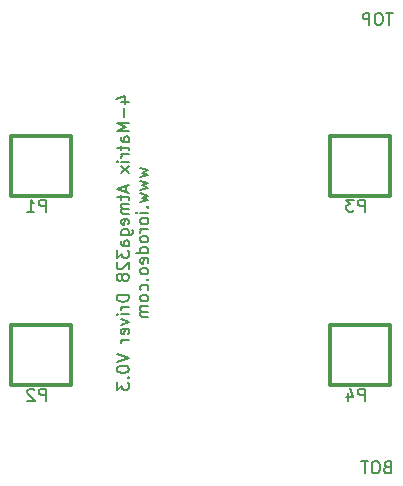
<source format=gbo>
G04 (created by PCBNEW (2013-jul-07)-stable) date Tue 07 Apr 2015 07:11:59 PM PDT*
%MOIN*%
G04 Gerber Fmt 3.4, Leading zero omitted, Abs format*
%FSLAX34Y34*%
G01*
G70*
G90*
G04 APERTURE LIST*
%ADD10C,0.00590551*%
%ADD11C,0.008*%
%ADD12C,0.012*%
G04 APERTURE END LIST*
G54D10*
G54D11*
X33763Y-35022D02*
X33706Y-35041D01*
X33687Y-35060D01*
X33668Y-35098D01*
X33668Y-35155D01*
X33687Y-35193D01*
X33706Y-35212D01*
X33744Y-35231D01*
X33896Y-35231D01*
X33896Y-34831D01*
X33763Y-34831D01*
X33725Y-34850D01*
X33706Y-34870D01*
X33687Y-34908D01*
X33687Y-34946D01*
X33706Y-34984D01*
X33725Y-35003D01*
X33763Y-35022D01*
X33896Y-35022D01*
X33420Y-34831D02*
X33344Y-34831D01*
X33306Y-34850D01*
X33268Y-34889D01*
X33249Y-34965D01*
X33249Y-35098D01*
X33268Y-35174D01*
X33306Y-35212D01*
X33344Y-35231D01*
X33420Y-35231D01*
X33458Y-35212D01*
X33496Y-35174D01*
X33515Y-35098D01*
X33515Y-34965D01*
X33496Y-34889D01*
X33458Y-34850D01*
X33420Y-34831D01*
X33134Y-34831D02*
X32906Y-34831D01*
X33020Y-35231D02*
X33020Y-34831D01*
X33958Y-19891D02*
X33730Y-19891D01*
X33844Y-20291D02*
X33844Y-19891D01*
X33520Y-19891D02*
X33444Y-19891D01*
X33406Y-19910D01*
X33368Y-19949D01*
X33349Y-20025D01*
X33349Y-20158D01*
X33368Y-20234D01*
X33406Y-20272D01*
X33444Y-20291D01*
X33520Y-20291D01*
X33558Y-20272D01*
X33596Y-20234D01*
X33615Y-20158D01*
X33615Y-20025D01*
X33596Y-19949D01*
X33558Y-19910D01*
X33520Y-19891D01*
X33177Y-20291D02*
X33177Y-19891D01*
X33025Y-19891D01*
X32987Y-19910D01*
X32968Y-19930D01*
X32949Y-19968D01*
X32949Y-20025D01*
X32968Y-20063D01*
X32987Y-20082D01*
X33025Y-20101D01*
X33177Y-20101D01*
X24895Y-22854D02*
X25161Y-22854D01*
X24742Y-22759D02*
X25028Y-22663D01*
X25028Y-22911D01*
X25009Y-23063D02*
X25009Y-23368D01*
X25161Y-23559D02*
X24761Y-23559D01*
X25047Y-23692D01*
X24761Y-23825D01*
X25161Y-23825D01*
X25161Y-24187D02*
X24952Y-24187D01*
X24914Y-24168D01*
X24895Y-24130D01*
X24895Y-24054D01*
X24914Y-24016D01*
X25142Y-24187D02*
X25161Y-24149D01*
X25161Y-24054D01*
X25142Y-24016D01*
X25104Y-23997D01*
X25066Y-23997D01*
X25028Y-24016D01*
X25009Y-24054D01*
X25009Y-24149D01*
X24990Y-24187D01*
X24895Y-24320D02*
X24895Y-24473D01*
X24761Y-24378D02*
X25104Y-24378D01*
X25142Y-24397D01*
X25161Y-24435D01*
X25161Y-24473D01*
X25161Y-24606D02*
X24895Y-24606D01*
X24971Y-24606D02*
X24933Y-24625D01*
X24914Y-24644D01*
X24895Y-24682D01*
X24895Y-24720D01*
X25161Y-24854D02*
X24895Y-24854D01*
X24761Y-24854D02*
X24780Y-24835D01*
X24800Y-24854D01*
X24780Y-24873D01*
X24761Y-24854D01*
X24800Y-24854D01*
X25161Y-25006D02*
X24895Y-25216D01*
X24895Y-25006D02*
X25161Y-25216D01*
X25047Y-25654D02*
X25047Y-25844D01*
X25161Y-25616D02*
X24761Y-25749D01*
X25161Y-25882D01*
X24895Y-25959D02*
X24895Y-26111D01*
X24761Y-26016D02*
X25104Y-26016D01*
X25142Y-26035D01*
X25161Y-26073D01*
X25161Y-26111D01*
X25161Y-26244D02*
X24895Y-26244D01*
X24933Y-26244D02*
X24914Y-26263D01*
X24895Y-26301D01*
X24895Y-26359D01*
X24914Y-26397D01*
X24952Y-26416D01*
X25161Y-26416D01*
X24952Y-26416D02*
X24914Y-26435D01*
X24895Y-26473D01*
X24895Y-26530D01*
X24914Y-26568D01*
X24952Y-26587D01*
X25161Y-26587D01*
X25142Y-26930D02*
X25161Y-26892D01*
X25161Y-26816D01*
X25142Y-26778D01*
X25104Y-26759D01*
X24952Y-26759D01*
X24914Y-26778D01*
X24895Y-26816D01*
X24895Y-26892D01*
X24914Y-26930D01*
X24952Y-26949D01*
X24990Y-26949D01*
X25028Y-26759D01*
X24895Y-27292D02*
X25219Y-27292D01*
X25257Y-27273D01*
X25276Y-27254D01*
X25295Y-27216D01*
X25295Y-27159D01*
X25276Y-27120D01*
X25142Y-27292D02*
X25161Y-27254D01*
X25161Y-27178D01*
X25142Y-27140D01*
X25123Y-27120D01*
X25085Y-27101D01*
X24971Y-27101D01*
X24933Y-27120D01*
X24914Y-27140D01*
X24895Y-27178D01*
X24895Y-27254D01*
X24914Y-27292D01*
X25161Y-27654D02*
X24952Y-27654D01*
X24914Y-27635D01*
X24895Y-27597D01*
X24895Y-27520D01*
X24914Y-27482D01*
X25142Y-27654D02*
X25161Y-27616D01*
X25161Y-27520D01*
X25142Y-27482D01*
X25104Y-27463D01*
X25066Y-27463D01*
X25028Y-27482D01*
X25009Y-27520D01*
X25009Y-27616D01*
X24990Y-27654D01*
X24761Y-27806D02*
X24761Y-28054D01*
X24914Y-27920D01*
X24914Y-27978D01*
X24933Y-28016D01*
X24952Y-28035D01*
X24990Y-28054D01*
X25085Y-28054D01*
X25123Y-28035D01*
X25142Y-28016D01*
X25161Y-27978D01*
X25161Y-27863D01*
X25142Y-27825D01*
X25123Y-27806D01*
X24800Y-28206D02*
X24780Y-28225D01*
X24761Y-28263D01*
X24761Y-28359D01*
X24780Y-28397D01*
X24800Y-28416D01*
X24838Y-28435D01*
X24876Y-28435D01*
X24933Y-28416D01*
X25161Y-28187D01*
X25161Y-28435D01*
X24933Y-28663D02*
X24914Y-28625D01*
X24895Y-28606D01*
X24857Y-28587D01*
X24838Y-28587D01*
X24800Y-28606D01*
X24780Y-28625D01*
X24761Y-28663D01*
X24761Y-28740D01*
X24780Y-28778D01*
X24800Y-28797D01*
X24838Y-28816D01*
X24857Y-28816D01*
X24895Y-28797D01*
X24914Y-28778D01*
X24933Y-28740D01*
X24933Y-28663D01*
X24952Y-28625D01*
X24971Y-28606D01*
X25009Y-28587D01*
X25085Y-28587D01*
X25123Y-28606D01*
X25142Y-28625D01*
X25161Y-28663D01*
X25161Y-28740D01*
X25142Y-28778D01*
X25123Y-28797D01*
X25085Y-28816D01*
X25009Y-28816D01*
X24971Y-28797D01*
X24952Y-28778D01*
X24933Y-28740D01*
X25161Y-29292D02*
X24761Y-29292D01*
X24761Y-29387D01*
X24780Y-29444D01*
X24819Y-29482D01*
X24857Y-29501D01*
X24933Y-29520D01*
X24990Y-29520D01*
X25066Y-29501D01*
X25104Y-29482D01*
X25142Y-29444D01*
X25161Y-29387D01*
X25161Y-29292D01*
X25161Y-29692D02*
X24895Y-29692D01*
X24971Y-29692D02*
X24933Y-29711D01*
X24914Y-29730D01*
X24895Y-29768D01*
X24895Y-29806D01*
X25161Y-29940D02*
X24895Y-29940D01*
X24761Y-29940D02*
X24780Y-29920D01*
X24800Y-29940D01*
X24780Y-29959D01*
X24761Y-29940D01*
X24800Y-29940D01*
X24895Y-30092D02*
X25161Y-30187D01*
X24895Y-30282D01*
X25142Y-30587D02*
X25161Y-30549D01*
X25161Y-30473D01*
X25142Y-30435D01*
X25104Y-30416D01*
X24952Y-30416D01*
X24914Y-30435D01*
X24895Y-30473D01*
X24895Y-30549D01*
X24914Y-30587D01*
X24952Y-30606D01*
X24990Y-30606D01*
X25028Y-30416D01*
X25161Y-30778D02*
X24895Y-30778D01*
X24971Y-30778D02*
X24933Y-30797D01*
X24914Y-30816D01*
X24895Y-30854D01*
X24895Y-30892D01*
X24761Y-31273D02*
X25161Y-31406D01*
X24761Y-31540D01*
X24761Y-31749D02*
X24761Y-31787D01*
X24780Y-31825D01*
X24800Y-31844D01*
X24838Y-31863D01*
X24914Y-31882D01*
X25009Y-31882D01*
X25085Y-31863D01*
X25123Y-31844D01*
X25142Y-31825D01*
X25161Y-31787D01*
X25161Y-31749D01*
X25142Y-31711D01*
X25123Y-31692D01*
X25085Y-31673D01*
X25009Y-31654D01*
X24914Y-31654D01*
X24838Y-31673D01*
X24800Y-31692D01*
X24780Y-31711D01*
X24761Y-31749D01*
X25123Y-32054D02*
X25142Y-32073D01*
X25161Y-32054D01*
X25142Y-32035D01*
X25123Y-32054D01*
X25161Y-32054D01*
X24761Y-32206D02*
X24761Y-32454D01*
X24914Y-32320D01*
X24914Y-32378D01*
X24933Y-32416D01*
X24952Y-32435D01*
X24990Y-32454D01*
X25085Y-32454D01*
X25123Y-32435D01*
X25142Y-32416D01*
X25161Y-32378D01*
X25161Y-32263D01*
X25142Y-32225D01*
X25123Y-32206D01*
X25535Y-25063D02*
X25801Y-25140D01*
X25611Y-25216D01*
X25801Y-25292D01*
X25535Y-25368D01*
X25535Y-25482D02*
X25801Y-25559D01*
X25611Y-25635D01*
X25801Y-25711D01*
X25535Y-25787D01*
X25535Y-25901D02*
X25801Y-25978D01*
X25611Y-26054D01*
X25801Y-26130D01*
X25535Y-26206D01*
X25763Y-26359D02*
X25782Y-26378D01*
X25801Y-26359D01*
X25782Y-26340D01*
X25763Y-26359D01*
X25801Y-26359D01*
X25801Y-26549D02*
X25535Y-26549D01*
X25401Y-26549D02*
X25420Y-26530D01*
X25440Y-26549D01*
X25420Y-26568D01*
X25401Y-26549D01*
X25440Y-26549D01*
X25801Y-26797D02*
X25782Y-26759D01*
X25763Y-26740D01*
X25725Y-26720D01*
X25611Y-26720D01*
X25573Y-26740D01*
X25554Y-26759D01*
X25535Y-26797D01*
X25535Y-26854D01*
X25554Y-26892D01*
X25573Y-26911D01*
X25611Y-26930D01*
X25725Y-26930D01*
X25763Y-26911D01*
X25782Y-26892D01*
X25801Y-26854D01*
X25801Y-26797D01*
X25801Y-27101D02*
X25535Y-27101D01*
X25611Y-27101D02*
X25573Y-27120D01*
X25554Y-27140D01*
X25535Y-27178D01*
X25535Y-27216D01*
X25801Y-27406D02*
X25782Y-27368D01*
X25763Y-27349D01*
X25725Y-27330D01*
X25611Y-27330D01*
X25573Y-27349D01*
X25554Y-27368D01*
X25535Y-27406D01*
X25535Y-27463D01*
X25554Y-27501D01*
X25573Y-27520D01*
X25611Y-27540D01*
X25725Y-27540D01*
X25763Y-27520D01*
X25782Y-27501D01*
X25801Y-27463D01*
X25801Y-27406D01*
X25801Y-27882D02*
X25401Y-27882D01*
X25782Y-27882D02*
X25801Y-27844D01*
X25801Y-27768D01*
X25782Y-27730D01*
X25763Y-27711D01*
X25725Y-27692D01*
X25611Y-27692D01*
X25573Y-27711D01*
X25554Y-27730D01*
X25535Y-27768D01*
X25535Y-27844D01*
X25554Y-27882D01*
X25782Y-28225D02*
X25801Y-28187D01*
X25801Y-28111D01*
X25782Y-28073D01*
X25744Y-28054D01*
X25592Y-28054D01*
X25554Y-28073D01*
X25535Y-28111D01*
X25535Y-28187D01*
X25554Y-28225D01*
X25592Y-28244D01*
X25630Y-28244D01*
X25668Y-28054D01*
X25801Y-28473D02*
X25782Y-28435D01*
X25763Y-28416D01*
X25725Y-28397D01*
X25611Y-28397D01*
X25573Y-28416D01*
X25554Y-28435D01*
X25535Y-28473D01*
X25535Y-28530D01*
X25554Y-28568D01*
X25573Y-28587D01*
X25611Y-28606D01*
X25725Y-28606D01*
X25763Y-28587D01*
X25782Y-28568D01*
X25801Y-28530D01*
X25801Y-28473D01*
X25763Y-28778D02*
X25782Y-28797D01*
X25801Y-28778D01*
X25782Y-28759D01*
X25763Y-28778D01*
X25801Y-28778D01*
X25782Y-29140D02*
X25801Y-29101D01*
X25801Y-29025D01*
X25782Y-28987D01*
X25763Y-28968D01*
X25725Y-28949D01*
X25611Y-28949D01*
X25573Y-28968D01*
X25554Y-28987D01*
X25535Y-29025D01*
X25535Y-29101D01*
X25554Y-29140D01*
X25801Y-29368D02*
X25782Y-29330D01*
X25763Y-29311D01*
X25725Y-29292D01*
X25611Y-29292D01*
X25573Y-29311D01*
X25554Y-29330D01*
X25535Y-29368D01*
X25535Y-29425D01*
X25554Y-29463D01*
X25573Y-29482D01*
X25611Y-29501D01*
X25725Y-29501D01*
X25763Y-29482D01*
X25782Y-29463D01*
X25801Y-29425D01*
X25801Y-29368D01*
X25801Y-29673D02*
X25535Y-29673D01*
X25573Y-29673D02*
X25554Y-29692D01*
X25535Y-29730D01*
X25535Y-29787D01*
X25554Y-29825D01*
X25592Y-29844D01*
X25801Y-29844D01*
X25592Y-29844D02*
X25554Y-29863D01*
X25535Y-29901D01*
X25535Y-29959D01*
X25554Y-29997D01*
X25592Y-30016D01*
X25801Y-30016D01*
G54D12*
X21244Y-26000D02*
X23244Y-26000D01*
X23244Y-26000D02*
X23244Y-24000D01*
X23244Y-24000D02*
X21244Y-24000D01*
X21244Y-24000D02*
X21244Y-26000D01*
X21244Y-32299D02*
X23244Y-32299D01*
X23244Y-32299D02*
X23244Y-30299D01*
X23244Y-30299D02*
X21244Y-30299D01*
X21244Y-30299D02*
X21244Y-32299D01*
X31874Y-26000D02*
X33874Y-26000D01*
X33874Y-26000D02*
X33874Y-24000D01*
X33874Y-24000D02*
X31874Y-24000D01*
X31874Y-24000D02*
X31874Y-26000D01*
X31874Y-32299D02*
X33874Y-32299D01*
X33874Y-32299D02*
X33874Y-30299D01*
X33874Y-30299D02*
X31874Y-30299D01*
X31874Y-30299D02*
X31874Y-32299D01*
G54D11*
X22389Y-26511D02*
X22389Y-26111D01*
X22236Y-26111D01*
X22198Y-26130D01*
X22179Y-26150D01*
X22160Y-26188D01*
X22160Y-26245D01*
X22179Y-26283D01*
X22198Y-26302D01*
X22236Y-26321D01*
X22389Y-26321D01*
X21779Y-26511D02*
X22008Y-26511D01*
X21894Y-26511D02*
X21894Y-26111D01*
X21932Y-26169D01*
X21970Y-26207D01*
X22008Y-26226D01*
X22389Y-32811D02*
X22389Y-32411D01*
X22236Y-32411D01*
X22198Y-32430D01*
X22179Y-32449D01*
X22160Y-32487D01*
X22160Y-32544D01*
X22179Y-32582D01*
X22198Y-32601D01*
X22236Y-32620D01*
X22389Y-32620D01*
X22008Y-32449D02*
X21989Y-32430D01*
X21951Y-32411D01*
X21855Y-32411D01*
X21817Y-32430D01*
X21798Y-32449D01*
X21779Y-32487D01*
X21779Y-32525D01*
X21798Y-32582D01*
X22027Y-32811D01*
X21779Y-32811D01*
X33019Y-26511D02*
X33019Y-26111D01*
X32866Y-26111D01*
X32828Y-26130D01*
X32809Y-26150D01*
X32790Y-26188D01*
X32790Y-26245D01*
X32809Y-26283D01*
X32828Y-26302D01*
X32866Y-26321D01*
X33019Y-26321D01*
X32657Y-26111D02*
X32409Y-26111D01*
X32543Y-26264D01*
X32485Y-26264D01*
X32447Y-26283D01*
X32428Y-26302D01*
X32409Y-26340D01*
X32409Y-26435D01*
X32428Y-26473D01*
X32447Y-26492D01*
X32485Y-26511D01*
X32600Y-26511D01*
X32638Y-26492D01*
X32657Y-26473D01*
X33019Y-32811D02*
X33019Y-32411D01*
X32866Y-32411D01*
X32828Y-32430D01*
X32809Y-32449D01*
X32790Y-32487D01*
X32790Y-32544D01*
X32809Y-32582D01*
X32828Y-32601D01*
X32866Y-32620D01*
X33019Y-32620D01*
X32447Y-32544D02*
X32447Y-32811D01*
X32543Y-32392D02*
X32638Y-32677D01*
X32390Y-32677D01*
M02*

</source>
